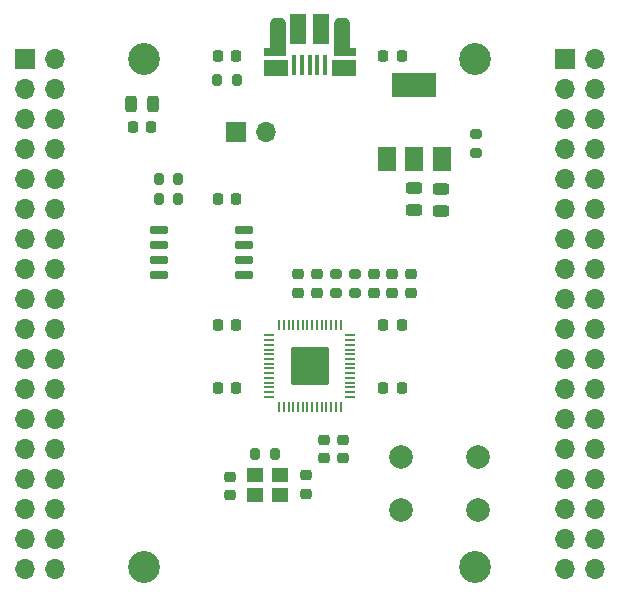
<source format=gbr>
G04 #@! TF.GenerationSoftware,KiCad,Pcbnew,(6.0.2)*
G04 #@! TF.CreationDate,2022-11-16T09:28:02-06:00*
G04 #@! TF.ProjectId,RP2040_minimal,52503230-3430-45f6-9d69-6e696d616c2e,REV1*
G04 #@! TF.SameCoordinates,Original*
G04 #@! TF.FileFunction,Soldermask,Top*
G04 #@! TF.FilePolarity,Negative*
%FSLAX46Y46*%
G04 Gerber Fmt 4.6, Leading zero omitted, Abs format (unit mm)*
G04 Created by KiCad (PCBNEW (6.0.2)) date 2022-11-16 09:28:02*
%MOMM*%
%LPD*%
G01*
G04 APERTURE LIST*
G04 Aperture macros list*
%AMRoundRect*
0 Rectangle with rounded corners*
0 $1 Rounding radius*
0 $2 $3 $4 $5 $6 $7 $8 $9 X,Y pos of 4 corners*
0 Add a 4 corners polygon primitive as box body*
4,1,4,$2,$3,$4,$5,$6,$7,$8,$9,$2,$3,0*
0 Add four circle primitives for the rounded corners*
1,1,$1+$1,$2,$3*
1,1,$1+$1,$4,$5*
1,1,$1+$1,$6,$7*
1,1,$1+$1,$8,$9*
0 Add four rect primitives between the rounded corners*
20,1,$1+$1,$2,$3,$4,$5,0*
20,1,$1+$1,$4,$5,$6,$7,0*
20,1,$1+$1,$6,$7,$8,$9,0*
20,1,$1+$1,$8,$9,$2,$3,0*%
G04 Aperture macros list end*
%ADD10RoundRect,0.243750X-0.456250X0.243750X-0.456250X-0.243750X0.456250X-0.243750X0.456250X0.243750X0*%
%ADD11R,0.400000X1.750000*%
%ADD12R,1.425000X2.500000*%
%ADD13R,2.000000X1.460000*%
%ADD14RoundRect,0.384800X0.265200X1.240200X-0.265200X1.240200X-0.265200X-1.240200X0.265200X-1.240200X0*%
%ADD15R,1.825000X0.700000*%
%ADD16O,1.300000X1.800000*%
%ADD17O,1.050000X1.450000*%
%ADD18R,1.700000X1.700000*%
%ADD19O,1.700000X1.700000*%
%ADD20RoundRect,0.225000X0.250000X-0.225000X0.250000X0.225000X-0.250000X0.225000X-0.250000X-0.225000X0*%
%ADD21RoundRect,0.225000X0.225000X0.250000X-0.225000X0.250000X-0.225000X-0.250000X0.225000X-0.250000X0*%
%ADD22RoundRect,0.200000X0.200000X0.275000X-0.200000X0.275000X-0.200000X-0.275000X0.200000X-0.275000X0*%
%ADD23R,1.500000X2.000000*%
%ADD24R,3.800000X2.000000*%
%ADD25RoundRect,0.150000X-0.650000X-0.150000X0.650000X-0.150000X0.650000X0.150000X-0.650000X0.150000X0*%
%ADD26RoundRect,0.225000X-0.250000X0.225000X-0.250000X-0.225000X0.250000X-0.225000X0.250000X0.225000X0*%
%ADD27RoundRect,0.200000X-0.200000X-0.275000X0.200000X-0.275000X0.200000X0.275000X-0.200000X0.275000X0*%
%ADD28RoundRect,0.225000X-0.225000X-0.250000X0.225000X-0.250000X0.225000X0.250000X-0.225000X0.250000X0*%
%ADD29RoundRect,0.200000X-0.275000X0.200000X-0.275000X-0.200000X0.275000X-0.200000X0.275000X0.200000X0*%
%ADD30RoundRect,0.050000X-0.387500X-0.050000X0.387500X-0.050000X0.387500X0.050000X-0.387500X0.050000X0*%
%ADD31RoundRect,0.050000X-0.050000X-0.387500X0.050000X-0.387500X0.050000X0.387500X-0.050000X0.387500X0*%
%ADD32RoundRect,0.144000X-1.456000X-1.456000X1.456000X-1.456000X1.456000X1.456000X-1.456000X1.456000X0*%
%ADD33C,2.700000*%
%ADD34RoundRect,0.243750X-0.243750X-0.456250X0.243750X-0.456250X0.243750X0.456250X-0.243750X0.456250X0*%
%ADD35RoundRect,0.218750X0.218750X0.256250X-0.218750X0.256250X-0.218750X-0.256250X0.218750X-0.256250X0*%
%ADD36C,2.000000*%
%ADD37RoundRect,0.200000X0.275000X-0.200000X0.275000X0.200000X-0.275000X0.200000X-0.275000X-0.200000X0*%
%ADD38R,1.400000X1.200000*%
%ADD39RoundRect,0.218750X-0.218750X-0.256250X0.218750X-0.256250X0.218750X0.256250X-0.218750X0.256250X0*%
G04 APERTURE END LIST*
D10*
X108813800Y-84949700D03*
X108813800Y-86824700D03*
D11*
X101300000Y-74525000D03*
X100650000Y-74525000D03*
X100000000Y-74525000D03*
X99350000Y-74525000D03*
X98700000Y-74525000D03*
D12*
X100962500Y-71450000D03*
D13*
X97100000Y-74730000D03*
D14*
X97275000Y-72125000D03*
D15*
X102987500Y-73400000D03*
D16*
X102725000Y-71700000D03*
D13*
X102900000Y-74730000D03*
D12*
X99037500Y-71450000D03*
D17*
X97575000Y-74730000D03*
X102425000Y-74730000D03*
D14*
X102725000Y-72125000D03*
D15*
X97012500Y-73400000D03*
D16*
X97275000Y-71700000D03*
D18*
X75870000Y-74000000D03*
D19*
X78410000Y-74000000D03*
X75870000Y-76540000D03*
X78410000Y-76540000D03*
X75870000Y-79080000D03*
X78410000Y-79080000D03*
X75870000Y-81620000D03*
X78410000Y-81620000D03*
X75870000Y-84160000D03*
X78410000Y-84160000D03*
X75870000Y-86700000D03*
X78410000Y-86700000D03*
X75870000Y-89240000D03*
X78410000Y-89240000D03*
X75870000Y-91780000D03*
X78410000Y-91780000D03*
X75870000Y-94320000D03*
X78410000Y-94320000D03*
X75870000Y-96860000D03*
X78410000Y-96860000D03*
X75870000Y-99400000D03*
X78410000Y-99400000D03*
X75870000Y-101940000D03*
X78410000Y-101940000D03*
X75870000Y-104480000D03*
X78410000Y-104480000D03*
X75870000Y-107020000D03*
X78410000Y-107020000D03*
X75870000Y-109560000D03*
X78410000Y-109560000D03*
X75870000Y-112100000D03*
X78410000Y-112100000D03*
X75870000Y-114640000D03*
X78410000Y-114640000D03*
X75870000Y-117180000D03*
X78410000Y-117180000D03*
D20*
X107000000Y-93775000D03*
X107000000Y-92225000D03*
X105400000Y-93775000D03*
X105400000Y-92225000D03*
D21*
X93775000Y-101850000D03*
X92225000Y-101850000D03*
X93775000Y-85887200D03*
X92225000Y-85887200D03*
D22*
X88859200Y-85861800D03*
X87209200Y-85861800D03*
D18*
X121590000Y-74000000D03*
D19*
X124130000Y-74000000D03*
X121590000Y-76540000D03*
X124130000Y-76540000D03*
X121590000Y-79080000D03*
X124130000Y-79080000D03*
X121590000Y-81620000D03*
X124130000Y-81620000D03*
X121590000Y-84160000D03*
X124130000Y-84160000D03*
X121590000Y-86700000D03*
X124130000Y-86700000D03*
X121590000Y-89240000D03*
X124130000Y-89240000D03*
X121590000Y-91780000D03*
X124130000Y-91780000D03*
X121590000Y-94320000D03*
X124130000Y-94320000D03*
X121590000Y-96860000D03*
X124130000Y-96860000D03*
X121590000Y-99400000D03*
X124130000Y-99400000D03*
X121590000Y-101940000D03*
X124130000Y-101940000D03*
X121590000Y-104480000D03*
X124130000Y-104480000D03*
X121590000Y-107020000D03*
X124130000Y-107020000D03*
X121590000Y-109560000D03*
X124130000Y-109560000D03*
X121590000Y-112100000D03*
X124130000Y-112100000D03*
X121590000Y-114640000D03*
X124130000Y-114640000D03*
X121590000Y-117180000D03*
X124130000Y-117180000D03*
D23*
X106564600Y-82484000D03*
D24*
X108864600Y-76184000D03*
D23*
X108864600Y-82484000D03*
X111164600Y-82484000D03*
D25*
X87230600Y-88452600D03*
X87230600Y-89722600D03*
X87230600Y-90992600D03*
X87230600Y-92262600D03*
X94430600Y-92262600D03*
X94430600Y-90992600D03*
X94430600Y-89722600D03*
X94430600Y-88452600D03*
D26*
X99669800Y-109242200D03*
X99669800Y-110792200D03*
D27*
X87209200Y-84185400D03*
X88859200Y-84185400D03*
D20*
X100600000Y-93775000D03*
X100600000Y-92225000D03*
D28*
X106225000Y-101850000D03*
X107775000Y-101850000D03*
D26*
X101200000Y-106225000D03*
X101200000Y-107775000D03*
D29*
X102200000Y-92175000D03*
X102200000Y-93825000D03*
D26*
X102800000Y-106225000D03*
X102800000Y-107775000D03*
D10*
X111150600Y-84975100D03*
X111150600Y-86850100D03*
D21*
X93775000Y-96500000D03*
X92225000Y-96500000D03*
D20*
X108600000Y-93775000D03*
X108600000Y-92225000D03*
D30*
X96562500Y-97400000D03*
X96562500Y-97800000D03*
X96562500Y-98200000D03*
X96562500Y-98600000D03*
X96562500Y-99000000D03*
X96562500Y-99400000D03*
X96562500Y-99800000D03*
X96562500Y-100200000D03*
X96562500Y-100600000D03*
X96562500Y-101000000D03*
X96562500Y-101400000D03*
X96562500Y-101800000D03*
X96562500Y-102200000D03*
X96562500Y-102600000D03*
D31*
X97400000Y-103437500D03*
X97800000Y-103437500D03*
X98200000Y-103437500D03*
X98600000Y-103437500D03*
X99000000Y-103437500D03*
X99400000Y-103437500D03*
X99800000Y-103437500D03*
X100200000Y-103437500D03*
X100600000Y-103437500D03*
X101000000Y-103437500D03*
X101400000Y-103437500D03*
X101800000Y-103437500D03*
X102200000Y-103437500D03*
X102600000Y-103437500D03*
D30*
X103437500Y-102600000D03*
X103437500Y-102200000D03*
X103437500Y-101800000D03*
X103437500Y-101400000D03*
X103437500Y-101000000D03*
X103437500Y-100600000D03*
X103437500Y-100200000D03*
X103437500Y-99800000D03*
X103437500Y-99400000D03*
X103437500Y-99000000D03*
X103437500Y-98600000D03*
X103437500Y-98200000D03*
X103437500Y-97800000D03*
X103437500Y-97400000D03*
D31*
X102600000Y-96562500D03*
X102200000Y-96562500D03*
X101800000Y-96562500D03*
X101400000Y-96562500D03*
X101000000Y-96562500D03*
X100600000Y-96562500D03*
X100200000Y-96562500D03*
X99800000Y-96562500D03*
X99400000Y-96562500D03*
X99000000Y-96562500D03*
X98600000Y-96562500D03*
X98200000Y-96562500D03*
X97800000Y-96562500D03*
X97400000Y-96562500D03*
D32*
X100000000Y-100000000D03*
D20*
X93243600Y-110944600D03*
X93243600Y-109394600D03*
D33*
X114000000Y-74000000D03*
D29*
X103800000Y-92175000D03*
X103800000Y-93825000D03*
D33*
X114000000Y-117000000D03*
D20*
X99000000Y-93775000D03*
X99000000Y-92225000D03*
D28*
X106225000Y-96500000D03*
X107775000Y-96500000D03*
D22*
X97015000Y-107477200D03*
X95365000Y-107477200D03*
D33*
X86000000Y-74000000D03*
X86000000Y-117000000D03*
D34*
X84863900Y-77784600D03*
X86738900Y-77784600D03*
D27*
X92175000Y-75750000D03*
X93825000Y-75750000D03*
D18*
X93746600Y-80146800D03*
D19*
X96286600Y-80146800D03*
D35*
X107787500Y-73750000D03*
X106212500Y-73750000D03*
D28*
X85026400Y-79791200D03*
X86576400Y-79791200D03*
D36*
X114224000Y-112201600D03*
X107724000Y-112201600D03*
X107724000Y-107701600D03*
X114224000Y-107701600D03*
D37*
X114071600Y-81987800D03*
X114071600Y-80337800D03*
D38*
X97518600Y-109243400D03*
X95318600Y-109243400D03*
X95318600Y-110943400D03*
X97518600Y-110943400D03*
D39*
X92212500Y-73750000D03*
X93787500Y-73750000D03*
M02*

</source>
